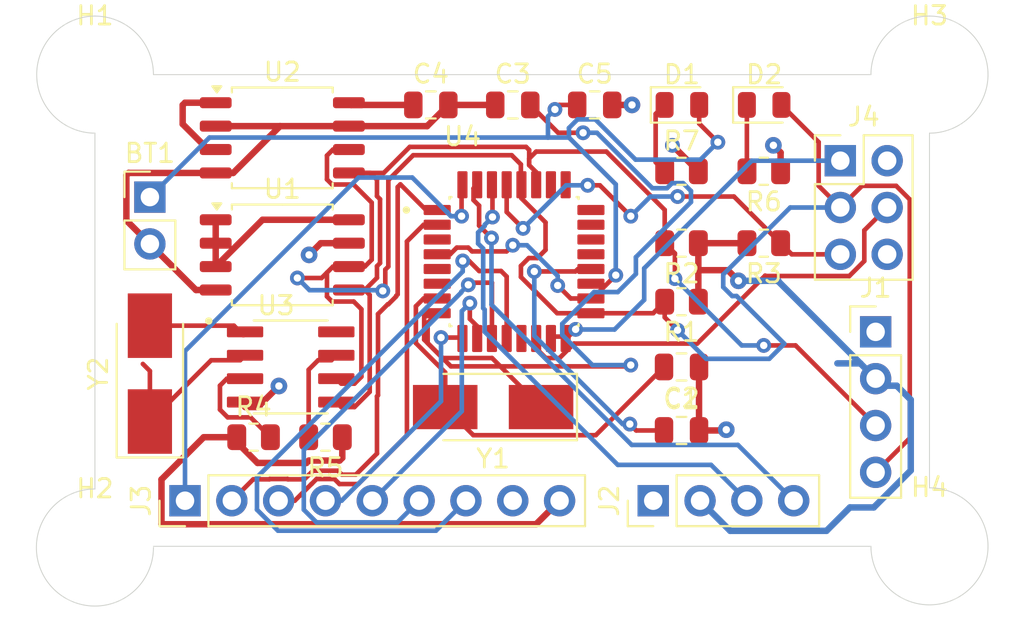
<source format=kicad_pcb>
(kicad_pcb (version 20241229) (generator "pcbnew") (generator_version "9.0")
  (title_block (title "${project_name}") (date "2025-07-07") (rev "1") (company "TMFR") (comment 1 "2-Layer PCB Version."))
  (layers (0 "F.Cu" mixed) (2 "B.Cu" mixed) (13 "F.Paste" user) (15 "B.Paste" user) (5 "F.SilkS" user "F.Silkscreen") (7 "B.SilkS" user "B.Silkscreen") (1 "F.Mask" user) (3 "B.Mask" user) (25 "Edge.Cuts" user))
  (property "project_name" "MCU Datalogger with memory and clock")
  (net 0 "")
  (net 1 "Net-(BT1-+)")
  (net 2 "GND")
  (net 3 "Net-(U4-AREF)")
  (net 4 "Net-(U4-PB6)")
  (net 5 "Net-(U4-PB7)")
  (net 6 "/Vcc")
  (net 7 "Net-(D1-K)")
  (net 8 "/SCK")
  (net 9 "Net-(D2-K)")
  (net 10 "/SDA")
  (net 11 "/RX")
  (net 12 "/TX")
  (net 13 "/D3")
  (net 14 "/D7")
  (net 15 "/D2")
  (net 16 "/D8")
  (net 17 "/D6")
  (net 18 "/D5")
  (net 19 "/D4")
  (net 20 "/RESET")
  (net 21 "/MISO")
  (net 22 "/MOSI")
  (net 23 "Net-(U3-~{INTA})")
  (net 24 "Net-(U3-SQW{slash}~INT)")
  (net 25 "Net-(U3-X2)")
  (net 26 "Net-(U3-X1)")
  (footprint "Connector_PinHeader_2.54mm:PinHeader_1x04_P2.54mm_Vertical" (layer "F.Cu") (at 156.21 102.505 90)
    (property "Reference" "J2")
    (property "Value" "Conn_01x04_Pin")
  )
  (footprint "Capacitor_SMD:C_0805_2012Metric" (layer "F.Cu") (at 144.145 81.035)
    (property "Reference" "C4")
    (property "Value" "0.1uF")
  )
  (footprint "MountingHole:MountingHole_2.1mm" (layer "F.Cu") (at 171.196 104.979631)
    (property "Reference" "H4")
    (property "Value" "MountingHole")
  )
  (footprint "Capacitor_SMD:C_0805_2012Metric" (layer "F.Cu") (at 148.59 81.035)
    (property "Reference" "C3")
    (property "Value" "22pF")
  )
  (footprint "Resistor_SMD:R_0805_2012Metric" (layer "F.Cu") (at 157.745 88.535 180)
    (property "Reference" "R2")
    (property "Value" "4.7K")
  )
  (footprint "Connector_PinHeader_2.54mm:PinHeader_1x02_P2.54mm_Vertical" (layer "F.Cu") (at 128.905 86.035)
    (property "Reference" "BT1")
    (property "Value" "Battery")
  )
  (footprint "Resistor_SMD:R_0805_2012Metric" (layer "F.Cu") (at 134.53 99.06)
    (property "Reference" "R4")
    (property "Value" "10K")
  )
  (footprint "MCU Datalogger:QFP80P900X900X120-32N" (layer "F.Cu") (at 148.66 89.535)
    (property "Reference" "U4")
    (property "Value" "ATMEGA328P-AU")
  )
  (footprint "Capacitor_SMD:C_0805_2012Metric" (layer "F.Cu") (at 153.035 81.035)
    (property "Reference" "C5")
    (property "Value" "100nF")
  )
  (footprint "Resistor_SMD:R_0805_2012Metric" (layer "F.Cu") (at 162.2075 84.635 180)
    (property "Reference" "R6")
    (property "Value" "330")
  )
  (footprint "Connector_PinHeader_2.54mm:PinHeader_2x03_P2.54mm_Vertical" (layer "F.Cu") (at 166.36 84.06)
    (property "Reference" "J4")
    (property "Value" "Conn_02x03_Odd_Even")
  )
  (footprint "MCU Datalogger:SOIC127P600X175-8N" (layer "F.Cu") (at 136.5425 95.25)
    (property "Reference" "U3")
    (property "Value" "DS1337S_")
  )
  (footprint "Capacitor_SMD:C_0805_2012Metric" (layer "F.Cu") (at 157.745 95.25 180)
    (property "Reference" "C2")
    (property "Value" "22pF")
  )
  (footprint "MountingHole:MountingHole_2.1mm" (layer "F.Cu") (at 125.922369 105.045)
    (property "Reference" "H2")
    (property "Value" "MountingHole")
  )
  (footprint "Resistor_SMD:R_0805_2012Metric" (layer "F.Cu") (at 157.745 91.71 180)
    (property "Reference" "R1")
    (property "Value" "4.7K")
  )
  (footprint "Resistor_SMD:R_0805_2012Metric" (layer "F.Cu") (at 157.745 84.635)
    (property "Reference" "R7")
    (property "Value" "330")
  )
  (footprint "Capacitor_SMD:C_0805_2012Metric" (layer "F.Cu") (at 157.745 98.695)
    (property "Reference" "C1")
    (property "Value" "0.1uF")
  )
  (footprint "Connector_PinHeader_2.54mm:PinHeader_1x04_P2.54mm_Vertical" (layer "F.Cu") (at 168.275 93.345)
    (property "Reference" "J1")
    (property "Value" "Conn_01x04_Pin")
  )
  (footprint "Crystal:Crystal_SMD_5032-2Pin_5.0x3.2mm_HandSoldering" (layer "F.Cu") (at 128.905 95.61 90)
    (property "Reference" "Y2")
    (property "Value" "32.768 KHz")
  )
  (footprint "MountingHole:MountingHole_2.1mm" (layer "F.Cu") (at 171.196 79.391)
    (property "Reference" "H3")
    (property "Value" "MountingHole")
  )
  (footprint "Resistor_SMD:R_0805_2012Metric" (layer "F.Cu") (at 138.43 99.06 180)
    (property "Reference" "R5")
    (property "Value" "10K")
  )
  (footprint "LED_SMD:LED_0805_2012Metric" (layer "F.Cu") (at 157.765 81.035)
    (property "Reference" "D1")
    (property "Value" "LED")
  )
  (footprint "Connector_PinHeader_2.54mm:PinHeader_1x09_P2.54mm_Vertical" (layer "F.Cu") (at 130.81 102.505 90)
    (property "Reference" "J3")
    (property "Value" "Conn_01x09_Pin")
  )
  (footprint "MountingHole:MountingHole_2.1mm" (layer "F.Cu") (at 125.922369 79.391)
    (property "Reference" "H1")
    (property "Value" "MountingHole")
  )
  (footprint "LED_SMD:LED_0805_2012Metric" (layer "F.Cu") (at 162.2275 81.035)
    (property "Reference" "D2")
    (property "Value" "LED")
  )
  (footprint "Package_SO:SSOP-8_5.25x5.24mm_P1.27mm" (layer "F.Cu") (at 136.0875 82.82)
    (property "Reference" "U2")
    (property "Value" "24LC1025")
  )
  (footprint "Crystal:Crystal_SMD_5032-2Pin_5.0x3.2mm_HandSoldering" (layer "F.Cu") (at 147.525 97.425 180)
    (property "Reference" "Y1")
    (property "Value" "16 MHz")
  )
  (footprint "Package_SO:SSOP-8_5.25x5.24mm_P1.27mm" (layer "F.Cu") (at 136.0875 89.17)
    (property "Reference" "U1")
    (property "Value" "24LC1025")
  )
  (footprint "Resistor_SMD:R_0805_2012Metric" (layer "F.Cu") (at 162.2075 88.535 180)
    (property "Reference" "R3")
    (property "Value" "10K")
  )
  (gr_arc (start 171.196 101.804631) (mid 173.441064 107.224695) (end 168.021 104.979631) (stroke (width 0.05)) (layer "Edge.Cuts"))
  (gr_line (start 168.021 104.979631) (end 129.096695 104.979631) (stroke (width 0.05)) (layer "Edge.Cuts"))
  (gr_arc (start 129.097369 105.045) (mid 123.677305 107.290064) (end 125.922369 101.87) (stroke (width 0.05)) (layer "Edge.Cuts"))
  (gr_line (start 125.922369 101.87) (end 125.922369 82.566) (stroke (width 0.05)) (layer "Edge.Cuts"))
  (gr_line (start 168.021 79.391) (end 129.0974 79.391) (stroke (width 0.05)) (layer "Edge.Cuts"))
  (gr_arc (start 168.021 79.391) (mid 168.950936 77.145936) (end 171.196 76.216) (stroke (width 0.05)) (layer "Edge.Cuts"))
  (gr_line (start 171.196 101.804631) (end 171.196 82.566) (stroke (width 0.05)) (layer "Edge.Cuts"))
  (gr_arc (start 125.922369 82.566673) (mid 122.746696 79.391) (end 125.922369 76.215327) (stroke (width 0.05)) (layer "Edge.Cuts"))
  (gr_arc (start 125.922369 76.216) (mid 128.167433 77.145936) (end 129.097369 79.391) (stroke (width 0.05)) (layer "Edge.Cuts"))
  (gr_arc (start 171.196 76.216) (mid 174.371 79.391) (end 171.196 82.566) (stroke (width 0.05)) (layer "Edge.Cuts"))
  (segment (start 151.733 91.535) (end 151.0284 90.8304) (width 0.25) (layer "F.Cu") (net 1))
  (segment (start 148.59 88.646) (end 148.2556 88.9804) (width 0.25) (layer "F.Cu") (net 1))
  (segment (start 158.7025 81.035) (end 158.7025 82.0453) (width 0.25) (layer "F.Cu") (net 1))
  (segment (start 145.193378 89.135) (end 144.49 89.135) (width 0.25) (layer "F.Cu") (net 1))
  (segment (start 146.38212 88.9804) (end 146.17572 88.774) (width 0.25) (layer "F.Cu") (net 1))
  (segment (start 146.17572 88.774) (end 145.554378 88.774) (width 0.25) (layer "F.Cu") (net 1))
  (segment (start 158.7025 82.0453) (end 159.7152 83.058) (width 0.25) (layer "F.Cu") (net 1))
  (segment (start 145.554378 88.774) (end 145.193378 89.135) (width 0.25) (layer "F.Cu") (net 1))
  (segment (start 154.178 90.2716) (end 152.9146 91.535) (width 0.25) (layer "F.Cu") (net 1))
  (segment (start 152.83 91.535) (end 151.733 91.535) (width 0.25) (layer "F.Cu") (net 1))
  (segment (start 148.2556 88.9804) (end 146.38212 88.9804) (width 0.25) (layer "F.Cu") (net 1))
  (segment (start 151.121 81.035) (end 150.876 81.28) (width 0.25) (layer "F.Cu") (net 1))
  (segment (start 152.085 81.035) (end 151.121 81.035) (width 0.25) (layer "F.Cu") (net 1))
  (via (at 159.7152 83.058) (size 0.8) (drill 0.4) (layers "F.Cu" "B.Cu") (net 1))
  (via (at 148.59 88.646) (size 0.8) (drill 0.4) (layers "F.Cu" "B.Cu") (net 1))
  (via (at 151.0284 90.8304) (size 0.8) (drill 0.4) (layers "F.Cu" "B.Cu") (net 1))
  (via (at 154.178 90.2716) (size 0.8) (drill 0.4) (layers "F.Cu" "B.Cu") (net 1))
  (via (at 150.876 81.28) (size 0.8) (drill 0.4) (layers "F.Cu" "B.Cu") (net 1))
  (segment (start 151.638 82.28528) (end 151.638 82.804) (width 0.25) (layer "B.Cu") (net 1))
  (segment (start 150.5 82.804) (end 151.638 82.804) (width 0.25) (layer "B.Cu") (net 1))
  (segment (start 159.7152 83.058) (end 158.77095 84.00225) (width 0.25) (layer "B.Cu") (net 1))
  (segment (start 151.0284 90.31168) (end 149.36272 88.646) (width 0.25) (layer "B.Cu") (net 1))
  (segment (start 152.103933 81.819347) (end 151.638 82.28528) (width 0.25) (layer "B.Cu") (net 1))
  (segment (start 158.77095 84.00225) (end 155.25206 84.00225) (width 0.25) (layer "B.Cu") (net 1))
  (segment (start 153.069157 81.819347) (end 152.103933 81.819347) (width 0.25) (layer "B.Cu") (net 1))
  (segment (start 132.136 82.804) (end 150.5 82.804) (width 0.25) (layer "B.Cu") (net 1))
  (segment (start 149.36272 88.646) (end 148.59 88.646) (width 0.25) (layer "B.Cu") (net 1))
  (segment (start 154.178 85.344) (end 154.178 90.2716) (width 0.25) (layer "B.Cu") (net 1))
  (segment (start 155.25206 84.00225) (end 153.069157 81.819347) (width 0.25) (layer "B.Cu") (net 1))
  (segment (start 151.638 82.804) (end 154.178 85.344) (width 0.25) (layer "B.Cu") (net 1))
  (segment (start 150.5 81.656) (end 150.5 82.804) (width 0.25) (layer "B.Cu") (net 1))
  (segment (start 151.0284 90.8304) (end 151.0284 90.31168) (width 0.25) (layer "B.Cu") (net 1))
  (segment (start 128.905 86.035) (end 132.136 82.804) (width 0.25) (layer "B.Cu") (net 1))
  (segment (start 150.876 81.28) (end 150.5 81.656) (width 0.25) (layer "B.Cu") (net 1))
  (segment (start 131.405 91.075) (end 128.905 88.575) (width 0.35) (layer "F.Cu") (net 2))
  (segment (start 153.985 81.035) (end 155.0575 81.035) (width 0.35) (layer "F.Cu") (net 2))
  (segment (start 139.7 88.535) (end 138.176 88.535) (width 0.35) (layer "F.Cu") (net 2))
  (segment (start 139.7 82.185) (end 135.965 82.185) (width 0.35) (layer "F.Cu") (net 2))
  (segment (start 160.131 98.695) (end 160.1724 98.6536) (width 0.35) (layer "F.Cu") (net 2))
  (segment (start 145.095 81.035) (end 147.64 81.035) (width 0.35) (layer "F.Cu") (net 2))
  (segment (start 162.72825 83.22625) (end 163.12 83.618) (width 0.35) (layer "F.Cu") (net 2))
  (segment (start 134.761 97.425) (end 135.904 96.282) (width 0.35) (layer "F.Cu") (net 2))
  (segment (start 138.176 88.535) (end 137.541 89.17) (width 0.35) (layer "F.Cu") (net 2))
  (segment (start 128.905 88.575) (end 127.629 87.299) (width 0.35) (layer "F.Cu") (net 2))
  (segment (start 163.12 83.618) (end 163.12 84.635) (width 0.35) (layer "F.Cu") (net 2))
  (segment (start 143.945 82.185) (end 145.095 81.035) (width 0.35) (layer "F.Cu") (net 2))
  (segment (start 132.475 91.075) (end 131.405 91.075) (width 0.35) (layer "F.Cu") (net 2))
  (segment (start 134.0675 97.425) (end 134.761 97.425) (width 0.35) (layer "F.Cu") (net 2))
  (segment (start 132.886244 91.075) (end 132.475 91.075) (width 0.35) (layer "F.Cu") (net 2))
  (segment (start 157.24875 83.22625) (end 158.6575 84.635) (width 0.35) (layer "F.Cu") (net 2))
  (segment (start 127.629 87.299) (end 127.629 84.846) (width 0.35) (layer "F.Cu") (net 2))
  (segment (start 143.945 82.185) (end 139.7 82.185) (width 0.35) (layer "F.Cu") (net 2))
  (segment (start 132.475 84.725) (end 133.425 84.725) (width 0.35) (layer "F.Cu") (net 2))
  (segment (start 133.425 84.725) (end 135.965 82.185) (width 0.35) (layer "F.Cu") (net 2))
  (segment (start 135.965 82.185) (end 132.475 82.185) (width 0.35) (layer "F.Cu") (net 2))
  (segment (start 127.75 84.725) (end 132.475 84.725) (width 0.35) (layer "F.Cu") (net 2))
  (segment (start 158.695 95.25) (end 158.695 98.695) (width 0.35) (layer "F.Cu") (net 2))
  (segment (start 168.9 92.97) (end 168.91 92.98) (width 0.35) (layer "F.Cu") (net 2))
  (segment (start 127.629 84.846) (end 127.75 84.725) (width 0.35) (layer "F.Cu") (net 2))
  (segment (start 158.695 98.695) (end 160.131 98.695) (width 0.35) (layer "F.Cu") (net 2))
  (via (at 137.541 89.17) (size 0.9) (drill 0.4) (layers "F.Cu" "B.Cu") (net 2))
  (via (at 155.0575 81.035) (size 0.9) (drill 0.4) (layers "F.Cu" "B.Cu") (net 2))
  (via (at 160.1724 98.6536) (size 0.9) (drill 0.4) (layers "F.Cu" "B.Cu") (net 2))
  (via (at 135.904 96.282) (size 0.9) (drill 0.4) (layers "F.Cu" "B.Cu") (net 2))
  (via (at 157.24875 83.22625) (size 0.8) (drill 0.4) (layers "F.Cu" "B.Cu") (net 2))
  (via (at 162.72825 83.22625) (size 0.9) (drill 0.4) (layers "F.Cu" "B.Cu") (net 2))
  (segment (start 156.795 98.695) (end 155.2862 98.695) (width 0.25) (layer "F.Cu") (net 3))
  (segment (start 155.2862 98.695) (end 154.94 98.3488) (width 0.25) (layer "F.Cu") (net 3))
  (segment (start 149.7584 90.0684) (end 151.9916 90.0684) (width 0.25) (layer "F.Cu") (net 3))
  (segment (start 151.9916 90.0684) (end 152.125 89.935) (width 0.25) (layer "F.Cu") (net 3))
  (via (at 154.94 98.3488) (size 0.8) (drill 0.4) (layers "F.Cu" "B.Cu") (net 3))
  (via (at 149.7584 90.0684) (size 0.8) (drill 0.4) (layers "F.Cu" "B.Cu") (net 3))
  (segment (start 149.7584 93.55611) (end 149.7584 90.0684) (width 0.25) (layer "B.Cu") (net 3))
  (segment (start 154.94 98.3488) (end 154.55109 98.3488) (width 0.25) (layer "B.Cu") (net 3))
  (segment (start 154.55109 98.3488) (end 149.7584 93.55611) (width 0.25) (layer "B.Cu") (net 3))
  (segment (start 146.451 98.951) (end 144.925 97.425) (width 0.25) (layer "F.Cu") (net 4))
  (segment (start 156.795 95.25) (end 153.094 98.951) (width 0.25) (layer "F.Cu") (net 4))
  (segment (start 144.925 97.425) (end 144.925 95.545476) (width 0.25) (layer "F.Cu") (net 4))
  (segment (start 144.925 95.545476) (end 143.334 93.954476) (width 0.25) (layer "F.Cu") (net 4))
  (segment (start 143.334 93.954476) (end 143.334 91.956) (width 0.25) (layer "F.Cu") (net 4))
  (segment (start 143.334 91.956) (end 143.755 91.535) (width 0.25) (layer "F.Cu") (net 4))
  (segment (start 153.094 98.951) (end 146.451 98.951) (width 0.25) (layer "F.Cu") (net 4))
  (segment (start 143.755 91.535) (end 144.49 91.535) (width 0.25) (layer "F.Cu") (net 4))
  (segment (start 154.9222 95.217) (end 154.9908 95.1484) (width 0.25) (layer "F.Cu") (net 5))
  (segment (start 143.97212 92.85288) (end 143.97212 93.954786) (width 0.25) (layer "F.Cu") (net 5))
  (segment (start 150.125 97.425) (end 147.466 94.766) (width 0.25) (layer "F.Cu") (net 5))
  (segment (start 145.234334 95.217) (end 154.9222 95.217) (width 0.25) (layer "F.Cu") (net 5))
  (segment (start 143.97212 93.954786) (end 145.234334 95.217) (width 0.25) (layer "F.Cu") (net 5))
  (segment (start 144.49 92.335) (end 143.785 92.335) (width 0.25) (layer "F.Cu") (net 5))
  (segment (start 143.785 93.767666) (end 143.785 92.335) (width 0.25) (layer "F.Cu") (net 5))
  (segment (start 151.050347 82.545347) (end 149.54 81.035) (width 0.25) (layer "F.Cu") (net 5))
  (segment (start 152.404653 82.545347) (end 151.050347 82.545347) (width 0.25) (layer "F.Cu") (net 5))
  (segment (start 144.783334 94.766) (end 143.785 93.767666) (width 0.25) (layer "F.Cu") (net 5))
  (segment (start 147.466 94.766) (end 144.783334 94.766) (width 0.25) (layer "F.Cu") (net 5))
  (segment (start 144.49 92.335) (end 143.97212 92.85288) (width 0.25) (layer "F.Cu") (net 5))
  (via (at 152.404653 82.545347) (size 0.8) (drill 0.4) (layers "F.Cu" "B.Cu") (net 5))
  (via (at 154.9908 95.1484) (size 0.8) (drill 0.4) (layers "F.Cu" "B.Cu") (net 5))
  (segment (start 152.99728 91.186) (end 154.29032 91.186) (width 0.25) (layer "B.Cu") (net 5))
  (segment (start 154.9908 95.1484) (end 152.91168 95.1484) (width 0.25) (layer "B.Cu") (net 5))
  (segment (start 156.95508 85.5534) (end 156.1654 85.5534) (width 0.25) (layer "B.Cu") (net 5))
  (segment (start 155.269 89.29292) (end 158.2568 86.30512) (width 0.25) (layer "B.Cu") (net 5))
  (segment (start 151.274 92.90928) (end 152.99728 91.186) (width 0.25) (layer "B.Cu") (net 5))
  (segment (start 158.2568 86.30512) (end 158.2568 85.70368) (width 0.25) (layer "B.Cu") (net 5))
  (segment (start 156.1654 85.5534) (end 153.157347 82.545347) (width 0.25) (layer "B.Cu") (net 5))
  (segment (start 155.269 90.20732) (end 155.269 89.29292) (width 0.25) (layer "B.Cu") (net 5))
  (segment (start 157.23008 85.2784) (end 156.95508 85.5534) (width 0.25) (layer "B.Cu") (net 5))
  (segment (start 152.91168 95.1484) (end 151.274 93.51072) (width 0.25) (layer "B.Cu") (net 5))
  (segment (start 151.274 93.51072) (end 151.274 92.90928) (width 0.25) (layer "B.Cu") (net 5))
  (segment (start 154.29032 91.186) (end 155.269 90.20732) (width 0.25) (layer "B.Cu") (net 5))
  (segment (start 153.157347 82.545347) (end 152.404653 82.545347) (width 0.25) (layer "B.Cu") (net 5))
  (segment (start 158.2568 85.70368) (end 157.83152 85.2784) (width 0.25) (layer "B.Cu") (net 5))
  (segment (start 157.83152 85.2784) (end 157.23008 85.2784) (width 0.25) (layer "B.Cu") (net 5))
  (segment (start 137.398842 100.456) (end 134.7435 100.456) (width 0.35) (layer "F.Cu") (net 6))
  (segment (start 158.6575 90) (end 160.2564 90) (width 0.35) (layer "F.Cu") (net 6))
  (segment (start 132.063756 83.455) (end 130.683 82.074244) (width 0.35) (layer "F.Cu") (net 6))
  (segment (start 129.534 103.781) (end 129.534 101.352) (width 0.35) (layer "F.Cu") (net 6))
  (segment (start 139.82 81.035) (end 139.7 80.915) (width 0.35) (layer "F.Cu") (net 6))
  (segment (start 129.534 101.352) (end 131.826 99.06) (width 0.35) (layer "F.Cu") (net 6))
  (segment (start 158.6575 91.71) (end 158.6575 90) (width 0.35) (layer "F.Cu") (net 6))
  (segment (start 151.13 102.505) (end 149.854 103.781) (width 0.35) (layer "F.Cu") (net 6))
  (segment (start 132.475 87.265) (end 132.475 88.535) (width 0.35) (layer "F.Cu") (net 6))
  (segment (start 130.81 80.915) (end 132.475 80.915) (width 0.35) (layer "F.Cu") (net 6))
  (segment (start 135.015 87.265) (end 139.7 87.265) (width 0.35) (layer "F.Cu") (net 6))
  (segment (start 149.854 103.781) (end 129.534 103.781) (width 0.35) (layer "F.Cu") (net 6))
  (segment (start 139.195 100.327) (end 137.527842 100.327) (width 0.35) (layer "F.Cu") (net 6))
  (segment (start 132.475 89.805) (end 135.015 87.265) (width 0.35) (layer "F.Cu") (net 6))
  (segment (start 139.3425 100.1795) (end 139.195 100.327) (width 0.35) (layer "F.Cu") (net 6))
  (segment (start 158.6575 90) (end 158.6575 88.535) (width 0.35) (layer "F.Cu") (net 6))
  (segment (start 160.2564 90) (end 160.8328 90.5764) (width 0.35) (layer "F.Cu") (net 6))
  (segment (start 132.475 83.455) (end 132.063756 83.455) (width 0.35) (layer "F.Cu") (net 6))
  (segment (start 134.7435 100.456) (end 133.6175 99.33) (width 0.35) (layer "F.Cu") (net 6))
  (segment (start 143.075 80.915) (end 143.195 81.035) (width 0.35) (layer "F.Cu") (net 6))
  (segment (start 131.826 99.06) (end 133.6175 99.06) (width 0.35) (layer "F.Cu") (net 6))
  (segment (start 143.195 81.035) (end 139.82 81.035) (width 0.35) (layer "F.Cu") (net 6))
  (segment (start 130.683 82.074244) (end 130.683 81.042) (width 0.35) (layer "F.Cu") (net 6))
  (segment (start 132.475 88.535) (end 132.475 89.805) (width 0.35) (layer "F.Cu") (net 6))
  (segment (start 139.3425 99.33) (end 139.3425 100.1795) (width 0.35) (layer "F.Cu") (net 6))
  (segment (start 130.683 81.042) (end 130.81 80.915) (width 0.35) (layer "F.Cu") (net 6))
  (segment (start 161.295 88.535) (end 158.6575 88.535) (width 0.35) (layer "F.Cu") (net 6))
  (segment (start 137.527842 100.327) (end 137.398842 100.456) (width 0.35) (layer "F.Cu") (net 6))
  (via (at 160.8328 90.5764) (size 0.9) (drill 0.4) (layers "F.Cu" "B.Cu") (net 6))
  (segment (start 166.878 102.87) (end 168.174537 102.87) (width 0.35) (layer "B.Cu") (net 6))
  (segment (start 170.18 100.864537) (end 170.18 97.028) (width 0.35) (layer "B.Cu") (net 6))
  (segment (start 160.385 104.14) (end 165.608 104.14) (width 0.35) (layer "B.Cu") (net 6))
  (segment (start 169.418 96.266) (end 168.656 96.266) (width 0.35) (layer "B.Cu") (net 6))
  (segment (start 168.656 96.266) (end 168.275 95.885) (width 0.35) (layer "B.Cu") (net 6))
  (segment (start 158.75 102.505) (end 160.385 104.14) (width 0.35) (layer "B.Cu") (net 6))
  (segment (start 166.2 95.055) (end 167.445 95.055) (width 0.35) (layer "B.Cu") (net 6))
  (segment (start 165.608 104.14) (end 166.878 102.87) (width 0.35) (layer "B.Cu") (net 6))
  (segment (start 168.174537 102.87) (end 170.18 100.864537) (width 0.35) (layer "B.Cu") (net 6))
  (segment (start 168.275 95.885) (end 167.445 95.055) (width 0.35) (layer "B.Cu") (net 6))
  (segment (start 167.445 95.055) (end 163 90.61) (width 0.35) (layer "B.Cu") (net 6))
  (segment (start 163 90.5764) (end 160.8328 90.5764) (width 0.35) (layer "B.Cu") (net 6))
  (segment (start 170.18 97.028) (end 169.418 96.266) (width 0.35) (layer "B.Cu") (net 6))
  (segment (start 163 90.61) (end 163 90.5764) (width 0.35) (layer "B.Cu") (net 6))
  (segment (start 156.341203 84.143703) (end 156.341203 81.521297) (width 0.25) (layer "F.Cu") (net 7))
  (segment (start 156.341203 81.521297) (end 156.8275 81.035) (width 0.25) (layer "F.Cu") (net 7))
  (segment (start 156.8325 84.635) (end 156.341203 84.143703) (width 0.25) (layer "F.Cu") (net 7))
  (segment (start 149.03 84.26) (end 149.03 85.335) (width 0.25) (layer "F.Cu") (net 8))
  (segment (start 149.0324 89.76768) (end 149.0324 90.36912) (width 0.25) (layer "F.Cu") (net 8))
  (segment (start 166.36 86.6) (end 165.184 85.424) (width 0.25) (layer "F.Cu") (net 8))
  (segment (start 140.3785 95.779) (end 140.3785 92.1185) (width 0.25) (layer "F.Cu") (net 8))
  (segment (start 149.45768 89.3424) (end 149.0324 89.76768) (width 0.25) (layer "F.Cu") (net 8))
  (segment (start 138.5115 85.076322) (end 138.5115 83.781001) (width 0.25) (layer "F.Cu") (net 8))
  (segment (start 139.7 89.805) (end 140.562499 89.805) (width 0.25) (layer "F.Cu") (net 8))
  (segment (start 138.5115 90.131001) (end 138.837501 89.805) (width 0.25) (layer "F.Cu") (net 8))
  (segment (start 141.8405 85.11131) (end 143.18881 83.763) (width 0.25) (layer "F.Cu") (net 8))
  (segment (start 156.8325 92.5567) (end 157.5308 93.255) (width 0.25) (layer "F.Cu") (net 8))
  (segment (start 141.8405 89.802619) (end 141.8405 85.11131) (width 0.25) (layer "F.Cu") (net 8))
  (segment (start 138.5115 91.426322) (end 138.5115 90.131001) (width 0.25) (layer "F.Cu") (net 8))
  (segment (start 138.786178 85.351) (end 138.5115 85.076322) (width 0.25) (layer "F.Cu") (net 8))
  (segment (start 143.18881 83.763) (end 148.533 83.763) (width 0.25) (layer "F.Cu") (net 8))
  (segment (start 138.837501 83.455) (end 139.7 83.455) (width 0.25) (layer "F.Cu") (net 8))
  (segment (start 165.184 83.054) (end 163.165 81.035) (width 0.25) (layer "F.Cu") (net 8))
  (segment (start 149.03 85.335) (end 149.06 85.365) (width 0.25) (layer "F.Cu") (net 8))
  (segment (start 141.675 89.968119) (end 141.8405 89.802619) (width 0.25) (layer "F.Cu") (net 8))
  (segment (start 150.368 87.408) (end 150.368 88.9) (width 0.25) (layer "F.Cu") (net 8))
  (segment (start 140.0025 96.155) (end 140.3785 95.779) (width 0.25) (layer "F.Cu") (net 8))
  (segment (start 138.837501 89.805) (end 139.7 89.805) (width 0.25) (layer "F.Cu") (net 8))
  (segment (start 140.9385 86.3355) (end 139.954 85.351) (width 0.25) (layer "F.Cu") (net 8))
  (segment (start 170.126 86.162884) (end 169.387116 85.424) (width 0.25) (layer "F.Cu") (net 8))
  (segment (start 149.06 86.1) (end 150.368 87.408) (width 0.25) (layer "F.Cu") (net 8))
  (segment (start 139.961 91.701) (end 138.786178 91.701) (width 0.25) (layer "F.Cu") (net 8))
  (segment (start 139.2875 96.155) (end 140.0025 96.155) (width 0.25) (layer "F.Cu") (net 8))
  (segment (start 140.3785 92.1185) (end 139.961 91.701) (width 0.25) (layer "F.Cu") (net 8))
  (segment (start 170.126 99.114) (end 170.126 86.162884) (width 0.25) (layer "F.Cu") (net 8))
  (segment (start 149.0324 90.36912) (end 150.99828 92.335) (width 0.25) (layer "F.Cu") (net 8))
  (segment (start 149.9256 89.3424) (end 149.45768 89.3424) (width 0.25) (layer "F.Cu") (net 8))
  (segment (start 150.99828 92.335) (end 152.83 92.335) (width 0.25) (layer "F.Cu") (net 8))
  (segment (start 141.675 90.987804) (end 141.539202 91.123602) (width 0.25) (layer "F.Cu") (net 8))
  (segment (start 168.275 100.965) (end 170.126 99.114) (width 0.25) (layer "F.Cu") (net 8))
  (segment (start 167.536 85.424) (end 166.36 86.6) (width 0.25) (layer "F.Cu") (net 8))
  (segment (start 148.533 83.763) (end 149.03 84.26) (width 0.25) (layer "F.Cu") (net 8))
  (segment (start 165.184 85.424) (end 165.184 83.054) (width 0.25) (layer "F.Cu") (net 8))
  (segment (start 138.786178 91.701) (end 138.5115 91.426322) (width 0.25) (layer "F.Cu") (net 8))
  (segment (start 140.9385 89.428999) (end 140.9385 86.3355) (width 0.25) (layer "F.Cu") (net 8))
  (segment (start 141.675 89.968119) (end 141.675 90.987804) (width 0.25) (layer "F.Cu") (net 8))
  (segment (start 150.368 88.9) (end 149.9256 89.3424) (width 0.25) (layer "F.Cu") (net 8))
  (segment (start 156.8325 91.71) (end 156.2075 92.335) (width 0.25) (layer "F.Cu") (net 8))
  (segment (start 138.218501 90.424) (end 138.5115 90.131001) (width 0.25) (layer "F.Cu") (net 8))
  (segment (start 149.06 85.365) (end 149.06 86.1) (width 0.25) (layer "F.Cu") (net 8))
  (segment (start 136.906 90.424) (end 138.218501 90.424) (width 0.25) (layer "F.Cu") (net 8))
  (segment (start 138.5115 83.781001) (end 138.837501 83.455) (width 0.25) (layer "F.Cu") (net 8))
  (segment (start 156.8325 91.71) (end 156.8325 92.5567) (width 0.25) (layer "F.Cu") (net 8))
  (segment (start 139.0175 95.885) (end 139.2875 96.155) (width 0.25) (layer "F.Cu") (net 8))
  (segment (start 140.562499 89.805) (end 140.9385 89.428999) (width 0.25) (layer "F.Cu") (net 8))
  (segment (start 156.2075 92.335) (end 152.125 92.335) (width 0.25) (layer "F.Cu") (net 8))
  (segment (start 169.387116 85.424) (end 167.536 85.424) (width 0.25) (layer "F.Cu") (net 8))
  (segment (start 139.954 85.351) (end 138.786178 85.351) (width 0.25) (layer "F.Cu") (net 8))
  (via (at 136.906 90.424) (size 0.8) (drill 0.4) (layers "F.Cu" "B.Cu") (net 8))
  (via (at 157.5308 93.255) (size 0.8) (drill 0.4) (layers "F.Cu" "B.Cu") (net 8))
  (via (at 141.539202 91.123602) (size 0.8) (drill 0.4) (layers "F.Cu" "B.Cu") (net 8))
  (segment (start 141.539202 91.123602) (end 141.5 91.0844) (width 0.25) (layer "B.Cu") (net 8))
  (segment (start 160.73368 91.4024) (end 160.490659 91.4024) (width 0.25) (layer "B.Cu") (net 8))
  (segment (start 141.5 91.0844) (end 137.5664 91.0844) (width 0.25) (layer "B.Cu") (net 8))
  (segment (start 159.0834 94.8076) (end 162.50512 94.8076) (width 0.25) (layer "B.Cu") (net 8))
  (segment (start 160.490659 91.4024) (end 160.0068 90.918541) (width 0.25) (layer "B.Cu") (net 8))
  (segment (start 162.50512 94.8076) (end 163.322 93.99072) (width 0.25) (layer "B.Cu") (net 8))
  (segment (start 160.0068 90.918541) (end 160.0068 90.234259) (width 0.25) (layer "B.Cu") (net 8))
  (segment (start 157.5308 93.255) (end 159.0834 94.8076) (width 0.25) (layer "B.Cu") (net 8))
  (segment (start 160.0068 90.234259) (end 163.641059 86.6) (width 0.25) (layer "B.Cu") (net 8))
  (segment (start 163.641059 86.6) (end 166.36 86.6) (width 0.25) (layer "B.Cu") (net 8))
  (segment (start 137.5664 91.0844) (end 136.906 90.424) (width 0.25) (layer "B.Cu") (net 8))
  (segment (start 163.322 93.99072) (end 160.73368 91.4024) (width 0.25) (layer "B.Cu") (net 8))
  (segment (start 161.29 84.63) (end 161.295 84.635) (width 0.25) (layer "F.Cu") (net 9))
  (segment (start 161.29 81.035) (end 161.29 84.63) (width 0.25) (layer "F.Cu") (net 9))
  (segment (start 139.7 84.725) (end 140.859 84.725) (width 0.25) (layer "F.Cu") (net 10))
  (segment (start 149.481 83.481) (end 149.481 84.304) (width 0.25) (layer "F.Cu") (net 10))
  (segment (start 163.9316 94.0816) (end 162.2044 94.0816) (width 0.25) (layer "F.Cu") (net 10))
  (segment (start 149.481 84.304) (end 149.86 84.683) (width 0.25) (layer "F.Cu") (net 10))
  (segment (start 140.8295 96.598) (end 140.8295 91.342001) (width 0.25) (layer "F.Cu") (net 10))
  (segment (start 141.3895 89.615809) (end 141.224 89.781309) (width 0.25) (layer "F.Cu") (net 10))
  (segment (start 140.0025 97.425) (end 140.8295 96.598) (width 0.25) (layer "F.Cu") (net 10))
  (segment (start 149.312 83.312) (end 149.481 83.481) (width 0.25) (layer "F.Cu") (net 10))
  (segment (start 156.8325 88.535) (end 156.8325 86.7285) (width 0.25) (layer "F.Cu") (net 10))
  (segment (start 139.7 84.725) (end 141.589 84.725) (width 0.25) (layer "F.Cu") (net 10))
  (segment (start 140.859 84.725) (end 141.224 85.09) (width 0.25) (layer "F.Cu") (net 10))
  (segment (start 139.2875 97.425) (end 140.0025 97.425) (width 0.25) (layer "F.Cu") (net 10))
  (segment (start 156.8325 86.7285) (end 153.67 83.566) (width 0.25) (layer "F.Cu") (net 10))
  (segment (start 168.275 98.425) (end 163.9316 94.0816) (width 0.25) (layer "F.Cu") (net 10))
  (segment (start 140.562499 91.075) (end 139.7 91.075) (width 0.25) (layer "F.Cu") (net 10))
  (segment (start 157.385383 90.456338) (end 157.385383 89.087883) (width 0.25) (layer "F.Cu") (net 10))
  (segment (start 141.224 85.98319) (end 141.3895 86.14869) (width 0.25) (layer "F.Cu") (net 10))
  (segment (start 149.86 83.566) (end 149.481 83.945) (width 0.25) (layer "F.Cu") (net 10))
  (segment (start 140.8295 91.342001) (end 140.562499 91.075) (width 0.25) (layer "F.Cu") (net 10))
  (segment (start 153.67 83.566) (end 149.86 83.566) (width 0.25) (layer "F.Cu") (net 10))
  (segment (start 139.0175 97.155) (end 139.2875 97.425) (width 0.25) (layer "F.Cu") (net 10))
  (segment (start 149.86 84.683) (end 149.86 85.365) (width 0.25) (layer "F.Cu") (net 10))
  (segment (start 141.589 84.725) (end 143.002 83.312) (width 0.25) (layer "F.Cu") (net 10))
  (segment (start 141.3895 86.14869) (end 141.3895 89.615809) (width 0.25) (layer "F.Cu") (net 10))
  (segment (start 141.224 89.781309) (end 141.224 90.413499) (width 0.25) (layer "F.Cu") (net 10))
  (segment (start 149.481 83.945) (end 149.481 84.304) (width 0.25) (layer "F.Cu") (net 10))
  (segment (start 141.224 90.413499) (end 140.562499 91.075) (width 0.25) (layer "F.Cu") (net 10))
  (segment (start 141.224 85.09) (end 141.224 85.98319) (width 0.25) (layer "F.Cu") (net 10))
  (segment (start 157.385383 89.087883) (end 156.8325 88.535) (width 0.25) (layer "F.Cu") (net 10))
  (segment (start 143.002 83.312) (end 149.312 83.312) (width 0.25) (layer "F.Cu") (net 10))
  (via (at 162.2044 94.0816) (size 0.8) (drill 0.4) (layers "F.Cu" "B.Cu") (net 10))
  (via (at 157.385383 90.456338) (size 0.8) (drill 0.4) (layers "F.Cu" "B.Cu") (net 10))
  (segment (start 161.010645 94.0816) (end 157.385383 90.456338) (width 0.25) (layer "B.Cu") (net 10))
  (segment (start 162.2044 94.0816) (end 161.010645 94.0816) (width 0.25) (layer "B.Cu") (net 10))
  (segment (start 147.489334 85.394334) (end 147.46 85.365) (width 0.25) (layer "F.Cu") (net 11))
  (segment (start 147.489334 87.117347) (end 147.489334 85.394334) (width 0.25) (layer "F.Cu") (net 11))
  (via (at 147.489334 87.117347) (size 0.8) (drill 0.4) (layers "F.Cu" "B.Cu") (net 11))
  (segment (start 146.7104 88.55512) (end 146.9854 88.83012) (width 0.25) (layer "B.Cu") (net 11))
  (segment (start 147.066 93.340695) (end 154.286705 100.5614) (width 0.25) (layer "B.Cu") (net 11))
  (segment (start 147.066 92.13933) (end 147.066 93.340695) (width 0.25) (layer "B.Cu") (net 11))
  (segment (start 146.9854 92.05873) (end 147.066 92.13933) (width 0.25) (layer "B.Cu") (net 11))
  (segment (start 146.9854 88.83012) (end 146.9854 92.05873) (width 0.25) (layer "B.Cu") (net 11))
  (segment (start 147.066 87.59808) (end 146.7104 87.95368) (width 0.25) (layer "B.Cu") (net 11))
  (segment (start 159.3464 100.5614) (end 161.29 102.505) (width 0.25) (layer "B.Cu") (net 11))
  (segment (start 146.7104 87.95368) (end 146.7104 88.55512) (width 0.25) (layer "B.Cu") (net 11))
  (segment (start 154.286705 100.5614) (end 159.3464 100.5614) (width 0.25) (layer "B.Cu") (net 11))
  (segment (start 147.489334 87.117347) (end 147.066 87.540681) (width 0.25) (layer "B.Cu") (net 11))
  (segment (start 147.066 87.540681) (end 147.066 87.59808) (width 0.25) (layer "B.Cu") (net 11))
  (segment (start 146.461 86.196666) (end 146.461 85.564) (width 0.25) (layer "F.Cu") (net 12))
  (segment (start 146.764334 87.582334) (end 146.764334 86.5) (width 0.25) (layer "F.Cu") (net 12))
  (segment (start 146.764334 86.5) (end 146.461 86.196666) (width 0.25) (layer "F.Cu") (net 12))
  (segment (start 146.461 85.564) (end 146.66 85.365) (width 0.25) (layer "F.Cu") (net 12))
  (segment (start 146.7104 85.4096) (end 146.755 85.365) (width 0.25) (layer "F.Cu") (net 12))
  (segment (start 147.4364 88.2544) (end 146.764334 87.582334) (width 0.25) (layer "F.Cu") (net 12))
  (via (at 147.4364 88.2544) (size 0.8) (drill 0.4) (layers "F.Cu" "B.Cu") (net 12))
  (segment (start 155.04408 99.4796) (end 160.8046 99.4796) (width 0.25) (layer "B.Cu") (net 12))
  (segment (start 160.8046 99.4796) (end 163.83 102.505) (width 0.25) (layer "B.Cu") (net 12))
  (segment (start 147.4364 88.2544) (end 147.4364 91.87192) (width 0.25) (layer "B.Cu") (net 12))
  (segment (start 147.4364 91.87192) (end 155.04408 99.4796) (width 0.25) (layer "B.Cu") (net 12))
  (segment (start 144.394 86.735) (end 144.394 86.639) (width 0.25) (layer "F.Cu") (net 13))
  (segment (start 143.885 86.735) (end 144.394 86.735) (width 0.25) (layer "F.Cu") (net 13))
  (segment (start 142.265202 91.392208) (end 142.346998 91.310412) (width 0.25) (layer "F.Cu") (net 13))
  (segment (start 137.28419 101.346) (end 137.53819 101.092) (width 0.25) (layer "F.Cu") (net 13))
  (segment (start 142.346998 85.491002) (end 142.494 85.344) (width 0.25) (layer "F.Cu") (net 13))
  (segment (start 133.35 102.505) (end 134.509 101.346) (width 0.25) (layer "F.Cu") (net 13))
  (segment (start 136.377116 101.329) (end 136.394116 101.346) (width 0.25) (layer "F.Cu") (net 13))
  (segment (start 141.2805 92.37691) (end 141.807808 91.849602) (width 0.25) (layer "F.Cu") (net 13))
  (segment (start 142.265202 91.424322) (end 142.265202 91.392208) (width 0.25) (layer "F.Cu") (net 13))
  (segment (start 135.385884 101.346) (end 135.402884 101.329) (width 0.25) (layer "F.Cu") (net 13))
  (segment (start 140.07819 101.092) (end 141.224 99.94619) (width 0.25) (layer "F.Cu") (net 13))
  (segment (start 139.317926 101.092) (end 140.07819 101.092) (width 0.25) (layer "F.Cu") (net 13))
  (segment (start 136.394116 101.346) (end 137.28419 101.346) (width 0.25) (layer "F.Cu") (net 13))
  (segment (start 139.103926 100.878) (end 139.317926 101.092) (width 0.25) (layer "F.Cu") (net 13))
  (segment (start 137.756074 100.878) (end 139.103926 100.878) (width 0.25) (layer "F.Cu") (net 13))
  (segment (start 141.839922 91.849602) (end 142.265202 91.424322) (width 0.25) (layer "F.Cu") (net 13))
  (segment (start 141.807808 91.849602) (end 141.839922 91.849602) (width 0.25) (layer "F.Cu") (net 13))
  (segment (start 142.346998 91.310412) (end 142.346998 85.491002) (width 0.25) (layer "F.Cu") (net 13))
  (segment (start 141.224 96.84131) (end 141.2805 96.78481) (width 0.25) (layer "F.Cu") (net 13))
  (segment (start 134.509 101.346) (end 135.385884 101.346) (width 0.25) (layer "F.Cu") (net 13))
  (segment (start 141.2805 96.78481) (end 141.2805 92.37691) (width 0.25) (layer "F.Cu") (net 13))
  (segment (start 137.542074 101.092) (end 137.756074 100.878) (width 0.25) (layer "F.Cu") (net 13))
  (segment (start 135.402884 101.329) (end 136.377116 101.329) (width 0.25) (layer "F.Cu") (net 13))
  (segment (start 137.53819 101.092) (end 137.542074 101.092) (width 0.25) (layer "F.Cu") (net 13))
  (segment (start 142.494 85.344) (end 143.885 86.735) (width 0.25) (layer "F.Cu") (net 13))
  (segment (start 141.224 99.94619) (end 141.224 96.84131) (width 0.25) (layer "F.Cu") (net 13))
  (segment (start 147.46 90.678) (end 147.46 93.705) (width 0.25) (layer "F.Cu") (net 14))
  (segment (start 146.293248 90.678) (end 147.46 90.678) (width 0.25) (layer "F.Cu") (net 14))
  (segment (start 146.178842 90.792405) (end 146.293248 90.678) (width 0.25) (layer "F.Cu") (net 14))
  (via (at 146.178842 90.792405) (size 0.8) (drill 0.4) (layers "F.Cu" "B.Cu") (net 14))
  (segment (start 142.334 103.681) (end 143.51 102.505) (width 0.25) (layer "B.Cu") (net 14))
  (segment (start 137.942884 103.681) (end 142.334 103.681) (width 0.25) (layer "B.Cu") (net 14))
  (segment (start 137.254 99.750072) (end 137.254 102.992116) (width 0.25) (layer "B.Cu") (net 14))
  (segment (start 146.178842 90.792405) (end 145.798029 91.173219) (width 0.25) (layer "B.Cu") (net 14))
  (segment (start 137.254 102.992116) (end 137.942884 103.681) (width 0.25) (layer "B.Cu") (net 14))
  (segment (start 145.798029 91.173219) (end 145.798029 91.206043) (width 0.25) (layer "B.Cu") (net 14))
  (segment (start 145.798029 91.206043) (end 137.254 99.750072) (width 0.25) (layer "B.Cu") (net 14))
  (segment (start 145.812484 87.070041) (end 145.812484 85.412516) (width 0.25) (layer "F.Cu") (net 15))
  (segment (start 145.812484 85.412516) (end 145.86 85.365) (width 0.25) (layer "F.Cu") (net 15))
  (via (at 145.812484 87.070041) (size 0.8) (drill 0.4) (layers "F.Cu" "B.Cu") (net 15))
  (segment (start 145.236041 87.070041) (end 145.812484 87.070041) (width 0.25) (layer "B.Cu") (net 15))
  (segment (start 140.222986 84.973414) (end 130.81 94.3864) (width 0.25) (layer "B.Cu") (net 15))
  (segment (start 145.052733 86.849267) (end 145.034 86.868) (width 0.25) (layer "B.Cu") (net 15))
  (segment (start 143.139414 84.973414) (end 145.236041 87.070041) (width 0.25) (layer "B.Cu") (net 15))
  (segment (start 130.81 94.3864) (end 130.81 102.505) (width 0.25) (layer "B.Cu") (net 15))
  (segment (start 143.139414 84.973414) (end 140.222986 84.973414) (width 0.25) (layer "B.Cu") (net 15))
  (segment (start 146.221 89.5) (end 146.765 90.044) (width 0.25) (layer "F.Cu") (net 16))
  (segment (start 148.26 90.348) (end 148.26 93.705) (width 0.25) (layer "F.Cu") (net 16))
  (segment (start 146.765 90.044) (end 147.956 90.044) (width 0.25) (layer "F.Cu") (net 16))
  (segment (start 145.875 89.5) (end 146.221 89.5) (width 0.25) (layer "F.Cu") (net 16))
  (segment (start 147.956 90.044) (end 148.26 90.348) (width 0.25) (layer "F.Cu") (net 16))
  (via (at 145.875 89.5) (size 0.8) (drill 0.4) (layers "F.Cu" "B.Cu") (net 16))
  (segment (start 145.875 90.070942) (end 134.714 101.231942) (width 0.25) (layer "B.Cu") (net 16))
  (segment (start 134.714 101.231942) (end 134.714 102.992116) (width 0.25) (layer "B.Cu") (net 16))
  (segment (start 144.423 104.132) (end 146.05 102.505) (width 0.25) (layer "B.Cu") (net 16))
  (segment (start 134.714 102.992116) (end 135.853884 104.132) (width 0.25) (layer "B.Cu") (net 16))
  (segment (start 135.853884 104.132) (end 144.423 104.132) (width 0.25) (layer "B.Cu") (net 16))
  (segment (start 145.875 89.5) (end 145.875 90.070942) (width 0.25) (layer "B.Cu") (net 16))
  (segment (start 146.2604 91.789076) (end 146.2604 92.641192) (width 0.25) (layer "F.Cu") (net 17))
  (segment (start 146.66 93.040792) (end 146.66 93.705) (width 0.25) (layer "F.Cu") (net 17))
  (segment (start 146.2604 92.641192) (end 146.66 93.040792) (width 0.25) (layer "F.Cu") (net 17))
  (via (at 146.2604 91.789076) (size 0.8) (drill 0.4) (layers "F.Cu" "B.Cu") (net 17))
  (segment (start 145.825 97.65) (end 140.97 102.505) (width 0.25) (layer "B.Cu") (net 17))
  (segment (start 146.2604 91.789076) (end 145.825 92.224476) (width 0.25) (layer "B.Cu") (net 17))
  (segment (start 145.825 92.224476) (end 145.825 97.65) (width 0.25) (layer "B.Cu") (net 17))
  (segment (start 144.69812 93.65548) (end 145.81048 93.65548) (width 0.25) (layer "F.Cu") (net 18))
  (segment (start 145.81048 93.65548) (end 145.86 93.705) (width 0.25) (layer "F.Cu") (net 18))
  (via (at 144.69812 93.65548) (size 0.8) (drill 0.4) (layers "F.Cu" "B.Cu") (net 18))
  (segment (start 139.303 102.505) (end 144.69812 97.10988) (width 0.25) (layer "B.Cu") (net 18))
  (segment (start 138.43 102.505) (end 139.303 102.505) (width 0.25) (layer "B.Cu") (net 18))
  (segment (start 144.69812 97.10988) (end 144.69812 93.65548) (width 0.25) (layer "B.Cu") (net 18))
  (segment (start 142.849 98.959) (end 142.849 88.441) (width 0.25) (layer "F.Cu") (net 19))
  (segment (start 139.188116 101.6) (end 140.208 101.6) (width 0.25) (layer "F.Cu") (net 19))
  (segment (start 137.942884 101.329) (end 138.917116 101.329) (width 0.25) (layer "F.Cu") (net 19))
  (segment (start 136.763 102.505) (end 137.668 101.6) (width 0.25) (layer "F.Cu") (net 19))
  (segment (start 135.89 102.505) (end 136.763 102.505) (width 0.25) (layer "F.Cu") (net 19))
  (segment (start 137.668 101.6) (end 137.671884 101.6) (width 0.25) (layer "F.Cu") (net 19))
  (segment (start 137.671884 101.6) (end 137.942884 101.329) (width 0.25) (layer "F.Cu") (net 19))
  (segment (start 138.917116 101.329) (end 139.188116 101.6) (width 0.25) (layer "F.Cu") (net 19))
  (segment (start 143.755 87.535) (end 144.49 87.535) (width 0.25) (layer "F.Cu") (net 19))
  (segment (start 142.849 88.441) (end 143.755 87.535) (width 0.25) (layer "F.Cu") (net 19))
  (segment (start 140.208 101.6) (end 142.849 98.959) (width 0.25) (layer "F.Cu") (net 19))
  (segment (start 166.36 89.14) (end 163.725 89.14) (width 0.25) (layer "F.Cu") (net 20))
  (segment (start 148.26 86.8428) (end 148.26 85.365) (width 0.25) (layer "F.Cu") (net 20))
  (segment (start 153.3144 85.3948) (end 152.654 85.3948) (width 0.25) (layer "F.Cu") (net 20))
  (segment (start 160.5894 86.0044) (end 157.5308 86.0044) (width 0.25) (layer "F.Cu") (net 20))
  (segment (start 154.9908 87.0712) (end 153.3144 85.3948) (width 0.25) (layer "F.Cu") (net 20))
  (segment (start 163.12 88.535) (end 160.5894 86.0044) (width 0.25) (layer "F.Cu") (net 20))
  (segment (start 149.1488 87.7316) (end 148.26 86.8428) (width 0.25) (layer "F.Cu") (net 20))
  (segment (start 163.725 89.14) (end 163.12 88.535) (width 0.25) (layer "F.Cu") (net 20))
  (via (at 152.654 85.3948) (size 0.8) (drill 0.4) (layers "F.Cu" "B.Cu") (net 20))
  (via (at 149.1488 87.7316) (size 0.8) (drill 0.4) (layers "F.Cu" "B.Cu") (net 20))
  (via (at 157.5308 86.0044) (size 0.8) (drill 0.4) (layers "F.Cu" "B.Cu") (net 20))
  (via (at 154.9908 87.0712) (size 0.8) (drill 0.4) (layers "F.Cu" "B.Cu") (net 20))
  (segment (start 157.5308 86.0044) (end 156.0576 86.0044) (width 0.25) (layer "B.Cu") (net 20))
  (segment (start 152.654 85.3948) (end 151.4856 85.3948) (width 0.25) (layer "B.Cu") (net 20))
  (segment (start 156.0576 86.0044) (end 154.9908 87.0712) (width 0.25) (layer "B.Cu") (net 20))
  (segment (start 151.4856 85.3948) (end 149.1488 87.7316) (width 0.25) (layer "B.Cu") (net 20))
  (segment (start 152 93.21) (end 151.607507 93.602493) (width 0.25) (layer "F.Cu") (net 21))
  (segment (start 150.857507 93.602493) (end 150.755 93.705) (width 0.25) (layer "F.Cu") (net 21))
  (segment (start 151.607507 93.602493) (end 150.857507 93.602493) (width 0.25) (layer "F.Cu") (net 21))
  (via (at 152 93.21) (size 0.8) (drill 0.4) (layers "F.Cu" "B.Cu") (net 21))
  (segment (start 155.72 91.61) (end 155.72 89.898) (width 0.25) (layer "B.Cu") (net 21))
  (segment (start 155.72 89.898) (end 161.558 84.06) (width 0.25) (layer "B.Cu") (net 21))
  (segment (start 152 93.21) (end 152.008 93.218) (width 0.25) (layer "B.Cu") (net 21))
  (segment (start 161.558 84.06) (end 166.36 84.06) (width 0.25) (layer "B.Cu") (net 21))
  (segment (start 152.008 93.218) (end 154.112 93.218) (width 0.25) (layer "B.Cu") (net 21))
  (segment (start 154.112 93.218) (end 155.72 91.61) (width 0.25) (layer "B.Cu") (net 21))
  (segment (start 168.9 86.6) (end 167.660514 87.839486) (width 0.25) (layer "F.Cu") (net 22))
  (segment (start 167.660514 87.839486) (end 167.660514 89.502602) (width 0.25) (layer "F.Cu") (net 22))
  (segment (start 158.597341 93.98) (end 151.912666 93.98) (width 0.25) (layer "F.Cu") (net 22))
  (segment (start 162.301659 90.316) (end 162.2815 90.295841) (width 0.25) (layer "F.Cu") (net 22))
  (segment (start 150.383334 94.766) (end 149.955 94.337666) (width 0.25) (layer "F.Cu") (net 22))
  (segment (start 149.955 94.337666) (end 149.955 93.705) (width 0.25) (layer "F.Cu") (net 22))
  (segment (start 151.126666 94.766) (end 150.383334 94.766) (width 0.25) (layer "F.Cu") (net 22))
  (segment (start 162.2815 90.295841) (end 158.597341 93.98) (width 0.25) (layer "F.Cu") (net 22))
  (segment (start 151.912666 93.98) (end 151.126666 94.766) (width 0.25) (layer "F.Cu") (net 22))
  (segment (start 167.660514 89.502602) (end 166.847116 90.316) (width 0.25) (layer "F.Cu") (net 22))
  (segment (start 166.847116 90.316) (end 162.301659 90.316) (width 0.25) (layer "F.Cu") (net 22))
  (segment (start 132.7065 96.261) (end 133.0825 95.885) (width 0.25) (layer "F.Cu") (net 23))
  (segment (start 132.7065 97.564586) (end 132.7065 96.261) (width 0.25) (layer "F.Cu") (net 23))
  (segment (start 134.3665 97.984) (end 133.125914 97.984) (width 0.25) (layer "F.Cu") (net 23))
  (segment (start 133.125914 97.984) (end 132.7065 97.564586) (width 0.25) (layer "F.Cu") (net 23))
  (segment (start 133.0825 95.885) (end 134.0675 95.885) (width 0.25) (layer "F.Cu") (net 23))
  (segment (start 135.4425 99.06) (end 134.3665 97.984) (width 0.25) (layer "F.Cu") (net 23))
  (segment (start 138.7475 94.885) (end 139.0175 94.615) (width 0.25) (layer "F.Cu") (net 24))
  (segment (start 137.5175 95.4) (end 138.0325 94.885) (width 0.25) (layer "F.Cu") (net 24))
  (segment (start 137.5175 99.33) (end 137.5175 95.4) (width 0.25) (layer "F.Cu") (net 24))
  (segment (start 138.0325 94.885) (end 138.7475 94.885) (width 0.25) (layer "F.Cu") (net 24))
  (segment (start 128.905 98.21) (end 128.905 95.467) (width 0.25) (layer "F.Cu") (net 25))
  (segment (start 128.905 95.467) (end 128.524 95.086) (width 0.25) (layer "F.Cu") (net 25))
  (segment (start 128.905 98.21) (end 132.23 94.885) (width 0.25) (layer "F.Cu") (net 25))
  (segment (start 133.7975 94.885) (end 134.0675 94.615) (width 0.25) (layer "F.Cu") (net 25))
  (segment (start 132.23 94.885) (end 133.7975 94.885) (width 0.25) (layer "F.Cu") (net 25))
  (segment (start 133.4625 93.01) (end 133.97625 93.52375) (width 0.25) (layer "F.Cu") (net 26))
  (segment (start 128.905 93.01) (end 133.4625 93.01) (width 0.25) (layer "F.Cu") (net 26))
  (segment (start 134.0675 93.4325) (end 133.97625 93.52375) (width 0.25) (layer "F.Cu") (net 26))
  (segment (start 134.0675 93.345) (end 134.0675 93.4325) (width 0.25) (layer "F.Cu") (net 26))
)
</source>
